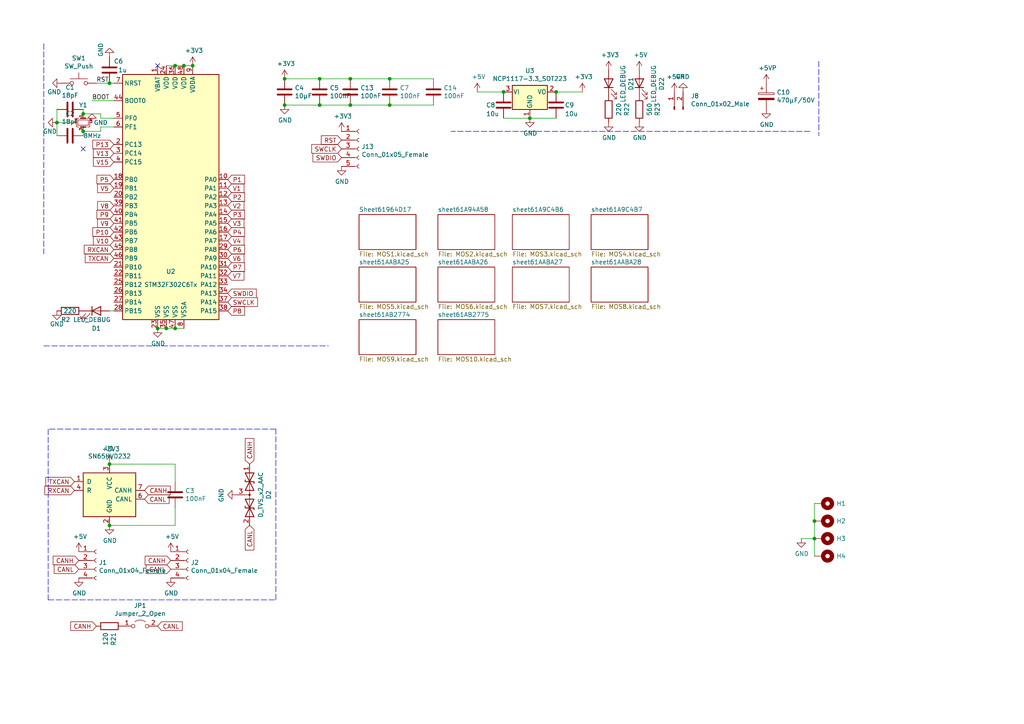
<source format=kicad_sch>
(kicad_sch (version 20211123) (generator eeschema)
  (paper "A4")
  (title_block (title "PCB Pompe") (rev "v2"))
  (lib_symbols
    (symbol "Connector:Conn_01x02_Male" (pin_names (offset 1.016) hide)
      (property "Reference" "J" (at 0 2.54 0))
      (property "Value" "Conn_01x02_Male" (at 0 -5.08 0))
      (symbol "Conn_01x02_Male_1_1"
        (polyline (pts (xy 1.27 -2.54) (xy 0.8636 -2.54)) (stroke (width 0.1524)))
        (polyline (pts (xy 1.27 0) (xy 0.8636 0)) (stroke (width 0.1524)))
        (rectangle (start 0.8636 -2.413) (end 0 -2.667) (stroke (width 0.1524)) (fill (type outline)))
        (rectangle (start 0.8636 0.127) (end 0 -0.127) (stroke (width 0.1524)) (fill (type outline)))
        (pin passive line (at 5.08 0 180) (length 3.81) (name "Pin_1") (number "1"))
        (pin passive line (at 5.08 -2.54 180) (length 3.81) (name "Pin_2") (number "2"))
      )
    )
    (symbol "Connector:Conn_01x04_Female" (pin_names (offset 1.016) hide)
      (property "Reference" "J" (at 0 5.08 0))
      (property "Value" "Conn_01x04_Female" (at 0 -7.62 0))
      (symbol "Conn_01x04_Female_1_1"
        (arc (start 0 -4.572) (mid -0.508 -5.08) (end 0 -5.588) (stroke (width 0.1524)))
        (arc (start 0 -2.032) (mid -0.508 -2.54) (end 0 -3.048) (stroke (width 0.1524)))
        (polyline (pts (xy -1.27 -5.08) (xy -0.508 -5.08)) (stroke (width 0.1524)))
        (polyline (pts (xy -1.27 -2.54) (xy -0.508 -2.54)) (stroke (width 0.1524)))
        (polyline (pts (xy -1.27 0) (xy -0.508 0)) (stroke (width 0.1524)))
        (polyline (pts (xy -1.27 2.54) (xy -0.508 2.54)) (stroke (width 0.1524)))
        (arc (start 0 0.508) (mid -0.508 0) (end 0 -0.508) (stroke (width 0.1524)))
        (arc (start 0 3.048) (mid -0.508 2.54) (end 0 2.032) (stroke (width 0.1524)))
        (pin passive line (at -5.08 2.54 0) (length 3.81) (name "Pin_1") (number "1"))
        (pin passive line (at -5.08 0 0) (length 3.81) (name "Pin_2") (number "2"))
        (pin passive line (at -5.08 -2.54 0) (length 3.81) (name "Pin_3") (number "3"))
        (pin passive line (at -5.08 -5.08 0) (length 3.81) (name "Pin_4") (number "4"))
      )
    )
    (symbol "Connector:Conn_01x05_Female" (pin_names (offset 1.016) hide)
      (property "Reference" "J" (at 0 7.62 0))
      (property "Value" "Conn_01x05_Female" (at 0 -7.62 0))
      (symbol "Conn_01x05_Female_1_1"
        (arc (start 0 -4.572) (mid -0.508 -5.08) (end 0 -5.588) (stroke (width 0.1524)))
        (arc (start 0 -2.032) (mid -0.508 -2.54) (end 0 -3.048) (stroke (width 0.1524)))
        (polyline (pts (xy -1.27 -5.08) (xy -0.508 -5.08)) (stroke (width 0.1524)))
        (polyline (pts (xy -1.27 -2.54) (xy -0.508 -2.54)) (stroke (width 0.1524)))
        (polyline (pts (xy -1.27 0) (xy -0.508 0)) (stroke (width 0.1524)))
        (polyline (pts (xy -1.27 2.54) (xy -0.508 2.54)) (stroke (width 0.1524)))
        (polyline (pts (xy -1.27 5.08) (xy -0.508 5.08)) (stroke (width 0.1524)))
        (arc (start 0 0.508) (mid -0.508 0) (end 0 -0.508) (stroke (width 0.1524)))
        (arc (start 0 3.048) (mid -0.508 2.54) (end 0 2.032) (stroke (width 0.1524)))
        (arc (start 0 5.588) (mid -0.508 5.08) (end 0 4.572) (stroke (width 0.1524)))
        (pin passive line (at -5.08 5.08 0) (length 3.81) (name "Pin_1") (number "1"))
        (pin passive line (at -5.08 2.54 0) (length 3.81) (name "Pin_2") (number "2"))
        (pin passive line (at -5.08 0 0) (length 3.81) (name "Pin_3") (number "3"))
        (pin passive line (at -5.08 -2.54 0) (length 3.81) (name "Pin_4") (number "4"))
        (pin passive line (at -5.08 -5.08 0) (length 3.81) (name "Pin_5") (number "5"))
      )
    )
    (symbol "Device:C" (pin_numbers hide) (pin_names (offset 0.254))
      (property "Reference" "C" (at 0.635 2.54 0))
      (property "Value" "C" (at 0.635 -2.54 0))
      (symbol "C_0_1"
        (polyline (pts (xy -2.032 -0.762) (xy 2.032 -0.762)) (stroke (width 0.508)))
        (polyline (pts (xy -2.032 0.762) (xy 2.032 0.762)) (stroke (width 0.508)))
      )
      (symbol "C_1_1"
        (pin passive line (at 0 3.81 270) (length 2.794) (name "~") (number "1"))
        (pin passive line (at 0 -3.81 90) (length 2.794) (name "~") (number "2"))
      )
    )
    (symbol "Device:CP" (pin_numbers hide) (pin_names (offset 0.254))
      (property "Reference" "C" (at 0.635 2.54 0))
      (property "Value" "Device_CP" (at 0.635 -2.54 0))
      (symbol "CP_0_1"
        (rectangle (start -2.286 0.508) (end 2.286 1.016))
        (polyline (pts (xy -1.778 2.286) (xy -0.762 2.286)))
        (polyline (pts (xy -1.27 2.794) (xy -1.27 1.778)))
        (rectangle (start 2.286 -0.508) (end -2.286 -1.016) (fill (type outline)))
      )
      (symbol "CP_1_1"
        (pin passive line (at 0 3.81 270) (length 2.794) (name "~") (number "1"))
        (pin passive line (at 0 -3.81 90) (length 2.794) (name "~") (number "2"))
      )
    )
    (symbol "Device:Crystal_GND24_Small" (pin_names (offset 1.016) hide)
      (property "Reference" "Y" (at 1.27 4.445 0))
      (property "Value" "Crystal_GND24_Small" (at 1.27 2.54 0))
      (symbol "Crystal_GND24_Small_0_1"
        (rectangle (start -0.762 -1.524) (end 0.762 1.524))
        (polyline (pts (xy -1.27 -0.762) (xy -1.27 0.762)) (stroke (width 0.381)))
        (polyline (pts (xy 1.27 -0.762) (xy 1.27 0.762)) (stroke (width 0.381)))
        (polyline (pts (xy -1.27 -1.27) (xy -1.27 -1.905) (xy 1.27 -1.905) (xy 1.27 -1.27)))
        (polyline (pts (xy -1.27 1.27) (xy -1.27 1.905) (xy 1.27 1.905) (xy 1.27 1.27)))
      )
      (symbol "Crystal_GND24_Small_1_1"
        (pin passive line (at -2.54 0 0) (length 1.27) (name "1") (number "1"))
        (pin passive line (at 0 -2.54 90) (length 0.635) (name "2") (number "2"))
        (pin passive line (at 2.54 0 180) (length 1.27) (name "3") (number "3"))
        (pin passive line (at 0 2.54 270) (length 0.635) (name "4") (number "4"))
      )
    )
    (symbol "Device:D_TVS_x2_AAC" (pin_names (offset 1.016) hide)
      (property "Reference" "D" (at 0 4.445 0))
      (property "Value" "Device_D_TVS_x2_AAC" (at 0 2.54 0))
      (symbol "D_TVS_x2_AAC_0_0"
        (polyline (pts (xy 0 -1.27) (xy 0 0)))
      )
      (symbol "D_TVS_x2_AAC_0_1"
        (polyline (pts (xy -6.35 0) (xy 6.35 0)))
        (polyline (pts (xy -3.302 1.27) (xy -3.81 1.27) (xy -3.81 -1.27) (xy -4.318 -1.27)) (stroke (width 0.254)))
        (polyline (pts (xy 4.318 1.27) (xy 3.81 1.27) (xy 3.81 -1.27) (xy 3.302 -1.27)) (stroke (width 0.254)))
        (polyline (pts (xy -6.35 1.27) (xy -1.27 -1.27) (xy -1.27 1.27) (xy -6.35 -1.27) (xy -6.35 1.27)) (stroke (width 0.254)))
        (polyline (pts (xy 6.35 1.27) (xy 1.27 -1.27) (xy 1.27 1.27) (xy 6.35 -1.27) (xy 6.35 1.27)) (stroke (width 0.254)))
        (circle (center 0 0) (radius 0.254) (fill (type outline)))
      )
      (symbol "D_TVS_x2_AAC_1_1"
        (pin passive line (at -8.89 0 0) (length 2.54) (name "A1") (number "1"))
        (pin passive line (at 8.89 0 180) (length 2.54) (name "A2") (number "2"))
        (pin input line (at 0 -3.81 90) (length 2.54) (name "common") (number "3"))
      )
    )
    (symbol "Device:LED" (pin_numbers hide) (pin_names (offset 1.016) hide)
      (property "Reference" "D" (at 0 2.54 0))
      (property "Value" "LED" (at 0 -2.54 0))
      (symbol "LED_0_1"
        (polyline (pts (xy -1.27 -1.27) (xy -1.27 1.27)) (stroke (width 0.254)))
        (polyline (pts (xy -1.27 0) (xy 1.27 0)))
        (polyline (pts (xy 1.27 -1.27) (xy 1.27 1.27) (xy -1.27 0) (xy 1.27 -1.27)) (stroke (width 0.254)))
        (polyline (pts (xy -3.048 -0.762) (xy -4.572 -2.286) (xy -3.81 -2.286) (xy -4.572 -2.286) (xy -4.572 -1.524)))
        (polyline (pts (xy -1.778 -0.762) (xy -3.302 -2.286) (xy -2.54 -2.286) (xy -3.302 -2.286) (xy -3.302 -1.524)))
      )
      (symbol "LED_1_1"
        (pin passive line (at -3.81 0 0) (length 2.54) (name "K") (number "1"))
        (pin passive line (at 3.81 0 180) (length 2.54) (name "A") (number "2"))
      )
    )
    (symbol "Device:R" (pin_numbers hide) (pin_names (offset 0))
      (property "Reference" "R" (at 2.032 0 90))
      (property "Value" "R" (at 0 0 90))
      (symbol "R_0_1"
        (rectangle (start -1.016 -2.54) (end 1.016 2.54) (stroke (width 0.254)))
      )
      (symbol "R_1_1"
        (pin passive line (at 0 3.81 270) (length 1.27) (name "~") (number "1"))
        (pin passive line (at 0 -3.81 90) (length 1.27) (name "~") (number "2"))
      )
    )
    (symbol "Interface_CAN_LIN:SN65HVD232" (pin_names (offset 1.016))
      (property "Reference" "U" (at -2.54 10.16 0))
      (property "Value" "SN65HVD232" (at -2.54 7.62 0))
      (symbol "SN65HVD232_0_1"
        (rectangle (start -7.62 5.08) (end 7.62 -7.62) (stroke (width 0.254)) (fill (type background)))
      )
      (symbol "SN65HVD232_1_1"
        (pin input line (at -10.16 2.54 0) (length 2.54) (name "D") (number "1"))
        (pin power_in line (at 0 -10.16 90) (length 2.54) (name "GND") (number "2"))
        (pin power_in line (at 0 7.62 270) (length 2.54) (name "VCC") (number "3"))
        (pin output line (at -10.16 0 0) (length 2.54) (name "R") (number "4"))
        (pin no_connect line (at -10.16 -2.54 0) (length 2.54) hide (name "NC") (number "5"))
        (pin bidirectional line (at 10.16 -2.54 180) (length 2.54) (name "CANL") (number "6"))
        (pin bidirectional line (at 10.16 0 180) (length 2.54) (name "CANH") (number "7"))
        (pin no_connect line (at -10.16 -5.08 0) (length 2.54) hide (name "NC") (number "8"))
      )
    )
    (symbol "Jumper:Jumper_2_Open" (pin_names (offset 0) hide)
      (property "Reference" "JP" (at 0 2.794 0))
      (property "Value" "Jumper_2_Open" (at 0 -2.286 0))
      (symbol "Jumper_2_Open_0_0"
        (circle (center -2.032 0) (radius 0.508))
        (circle (center 2.032 0) (radius 0.508))
      )
      (symbol "Jumper_2_Open_0_1"
        (arc (start 1.524 1.27) (mid 0 1.778) (end -1.524 1.27))
      )
      (symbol "Jumper_2_Open_1_1"
        (pin passive line (at -5.08 0 0) (length 2.54) (name "A") (number "1"))
        (pin passive line (at 5.08 0 180) (length 2.54) (name "B") (number "2"))
      )
    )
    (symbol "MCU_ST_STM32F3:STM32F302C6Tx"
      (property "Reference" "U" (at -15.24 36.83 0))
      (property "Value" "STM32F302C6Tx" (at 7.62 36.83 0))
      (symbol "STM32F302C6Tx_0_1"
        (rectangle (start -15.24 -35.56) (end 12.7 35.56) (stroke (width 0.254)) (fill (type background)))
      )
      (symbol "STM32F302C6Tx_1_1"
        (pin power_in line (at -5.08 38.1 270) (length 2.54) (name "VBAT") (number "1"))
        (pin bidirectional line (at 15.24 5.08 180) (length 2.54) (name "PA0") (number "10"))
        (pin bidirectional line (at 15.24 2.54 180) (length 2.54) (name "PA1") (number "11"))
        (pin bidirectional line (at 15.24 0 180) (length 2.54) (name "PA2") (number "12"))
        (pin bidirectional line (at 15.24 -2.54 180) (length 2.54) (name "PA3") (number "13"))
        (pin bidirectional line (at 15.24 -5.08 180) (length 2.54) (name "PA4") (number "14"))
        (pin bidirectional line (at 15.24 -7.62 180) (length 2.54) (name "PA5") (number "15"))
        (pin bidirectional line (at 15.24 -10.16 180) (length 2.54) (name "PA6") (number "16"))
        (pin bidirectional line (at 15.24 -12.7 180) (length 2.54) (name "PA7") (number "17"))
        (pin bidirectional line (at -17.78 5.08 0) (length 2.54) (name "PB0") (number "18"))
        (pin bidirectional line (at -17.78 2.54 0) (length 2.54) (name "PB1") (number "19"))
        (pin bidirectional line (at -17.78 15.24 0) (length 2.54) (name "PC13") (number "2"))
        (pin bidirectional line (at -17.78 0 0) (length 2.54) (name "PB2") (number "20"))
        (pin bidirectional line (at -17.78 -20.32 0) (length 2.54) (name "PB10") (number "21"))
        (pin bidirectional line (at -17.78 -22.86 0) (length 2.54) (name "PB11") (number "22"))
        (pin power_in line (at -5.08 -38.1 90) (length 2.54) (name "VSS") (number "23"))
        (pin power_in line (at -2.54 38.1 270) (length 2.54) (name "VDD") (number "24"))
        (pin bidirectional line (at -17.78 -25.4 0) (length 2.54) (name "PB12") (number "25"))
        (pin bidirectional line (at -17.78 -27.94 0) (length 2.54) (name "PB13") (number "26"))
        (pin bidirectional line (at -17.78 -30.48 0) (length 2.54) (name "PB14") (number "27"))
        (pin bidirectional line (at -17.78 -33.02 0) (length 2.54) (name "PB15") (number "28"))
        (pin bidirectional line (at 15.24 -15.24 180) (length 2.54) (name "PA8") (number "29"))
        (pin bidirectional line (at -17.78 12.7 0) (length 2.54) (name "PC14") (number "3"))
        (pin bidirectional line (at 15.24 -17.78 180) (length 2.54) (name "PA9") (number "30"))
        (pin bidirectional line (at 15.24 -20.32 180) (length 2.54) (name "PA10") (number "31"))
        (pin bidirectional line (at 15.24 -22.86 180) (length 2.54) (name "PA11") (number "32"))
        (pin bidirectional line (at 15.24 -25.4 180) (length 2.54) (name "PA12") (number "33"))
        (pin bidirectional line (at 15.24 -27.94 180) (length 2.54) (name "PA13") (number "34"))
        (pin power_in line (at -2.54 -38.1 90) (length 2.54) (name "VSS") (number "35"))
        (pin power_in line (at 0 38.1 270) (length 2.54) (name "VDD") (number "36"))
        (pin bidirectional line (at 15.24 -30.48 180) (length 2.54) (name "PA14") (number "37"))
        (pin bidirectional line (at 15.24 -33.02 180) (length 2.54) (name "PA15") (number "38"))
        (pin bidirectional line (at -17.78 -2.54 0) (length 2.54) (name "PB3") (number "39"))
        (pin bidirectional line (at -17.78 10.16 0) (length 2.54) (name "PC15") (number "4"))
        (pin bidirectional line (at -17.78 -5.08 0) (length 2.54) (name "PB4") (number "40"))
        (pin bidirectional line (at -17.78 -7.62 0) (length 2.54) (name "PB5") (number "41"))
        (pin bidirectional line (at -17.78 -10.16 0) (length 2.54) (name "PB6") (number "42"))
        (pin bidirectional line (at -17.78 -12.7 0) (length 2.54) (name "PB7") (number "43"))
        (pin input line (at -17.78 27.94 0) (length 2.54) (name "BOOT0") (number "44"))
        (pin bidirectional line (at -17.78 -15.24 0) (length 2.54) (name "PB8") (number "45"))
        (pin bidirectional line (at -17.78 -17.78 0) (length 2.54) (name "PB9") (number "46"))
        (pin power_in line (at 0 -38.1 90) (length 2.54) (name "VSS") (number "47"))
        (pin power_in line (at 2.54 38.1 270) (length 2.54) (name "VDD") (number "48"))
        (pin input line (at -17.78 22.86 0) (length 2.54) (name "PF0") (number "5"))
        (pin input line (at -17.78 20.32 0) (length 2.54) (name "PF1") (number "6"))
        (pin input line (at -17.78 33.02 0) (length 2.54) (name "NRST") (number "7"))
        (pin power_in line (at 2.54 -38.1 90) (length 2.54) (name "VSSA") (number "8"))
        (pin power_in line (at 5.08 38.1 270) (length 2.54) (name "VDDA") (number "9"))
      )
    )
    (symbol "Mechanical:MountingHole_Pad" (pin_numbers hide) (pin_names (offset 1.016) hide)
      (property "Reference" "H" (at 0 6.35 0))
      (property "Value" "MountingHole_Pad" (at 0 4.445 0))
      (symbol "MountingHole_Pad_0_1"
        (circle (center 0 1.27) (radius 1.27) (stroke (width 1.27)))
      )
      (symbol "MountingHole_Pad_1_1"
        (pin input line (at 0 -2.54 90) (length 2.54) (name "1") (number "1"))
      )
    )
    (symbol "Regulator_Linear:NCP1117-3.3_SOT223" (pin_names (offset 0.254))
      (property "Reference" "U" (at -3.81 3.175 0))
      (property "Value" "NCP1117-3.3_SOT223" (at 0 3.175 0))
      (symbol "NCP1117-3.3_SOT223_0_1"
        (rectangle (start -5.08 -5.08) (end 5.08 1.905) (stroke (width 0.254)) (fill (type background)))
      )
      (symbol "NCP1117-3.3_SOT223_1_1"
        (pin power_in line (at 0 -7.62 90) (length 2.54) (name "GND") (number "1"))
        (pin power_out line (at 7.62 0 180) (length 2.54) (name "VO") (number "2"))
        (pin power_in line (at -7.62 0 0) (length 2.54) (name "VI") (number "3"))
      )
    )
    (symbol "Switch:SW_Push" (pin_numbers hide) (pin_names (offset 1.016) hide)
      (property "Reference" "SW" (at 1.27 2.54 0))
      (property "Value" "SW_Push" (at 0 -1.524 0))
      (symbol "SW_Push_0_1"
        (circle (center -2.032 0) (radius 0.508))
        (polyline (pts (xy 0 1.27) (xy 0 3.048)))
        (polyline (pts (xy 2.54 1.27) (xy -2.54 1.27)))
        (circle (center 2.032 0) (radius 0.508))
        (pin passive line (at -5.08 0 0) (length 2.54) (name "1") (number "1"))
        (pin passive line (at 5.08 0 180) (length 2.54) (name "2") (number "2"))
      )
    )
    (symbol "power:+3.3V" (power) (pin_names (offset 0))
      (property "Value" "+3.3V" (at 0 3.556 0))
      (symbol "+3.3V_0_1"
        (polyline (pts (xy -0.762 1.27) (xy 0 2.54)))
        (polyline (pts (xy 0 0) (xy 0 2.54)))
        (polyline (pts (xy 0 2.54) (xy 0.762 1.27)))
      )
      (symbol "+3.3V_1_1"
        (pin power_in line (at 0 0 90) (length 0) hide (name "+3V3") (number "1"))
      )
    )
    (symbol "power:+5V" (power) (pin_names (offset 0))
      (property "Value" "+5V" (at 0 3.556 0))
      (symbol "+5V_0_1"
        (polyline (pts (xy -0.762 1.27) (xy 0 2.54)))
        (polyline (pts (xy 0 0) (xy 0 2.54)))
        (polyline (pts (xy 0 2.54) (xy 0.762 1.27)))
      )
      (symbol "+5V_1_1"
        (pin power_in line (at 0 0 90) (length 0) hide (name "+5V") (number "1"))
      )
    )
    (symbol "power:+5VP" (power) (pin_names (offset 0))
      (property "Value" "+5VP" (at 0 3.556 0))
      (symbol "+5VP_0_1"
        (polyline (pts (xy -0.762 1.27) (xy 0 2.54)))
        (polyline (pts (xy 0 0) (xy 0 2.54)))
        (polyline (pts (xy 0 2.54) (xy 0.762 1.27)))
      )
      (symbol "+5VP_1_1"
        (pin power_in line (at 0 0 90) (length 0) hide (name "+5VP") (number "1"))
      )
    )
    (symbol "power:GND" (power) (pin_names (offset 0))
      (property "Value" "GND" (at 0 -3.81 0))
      (symbol "GND_0_1"
        (polyline (pts (xy 0 0) (xy 0 -1.27) (xy 1.27 -1.27) (xy 0 -2.54) (xy -1.27 -1.27) (xy 0 -1.27)))
      )
      (symbol "GND_1_1"
        (pin power_in line (at 0 0 270) (length 0) hide (name "GND") (number "1"))
      )
    )
  )
  (junction (at 24.13 38.1))
  (junction (at 16.51 35.56))
  (junction (at 31.75 152.4))
  (junction (at 236.22 151.13))
  (junction (at 92.71 30.48))
  (junction (at 82.55 22.86))
  (junction (at 153.67 34.29))
  (junction (at 55.88 19.05))
  (junction (at 50.8 19.05))
  (junction (at 92.71 22.86))
  (junction (at 24.13 33.02))
  (junction (at 82.55 30.48))
  (junction (at 113.03 22.86))
  (junction (at 101.6 22.86))
  (junction (at 48.26 95.25))
  (junction (at 31.75 24.13))
  (junction (at 161.29 26.67))
  (junction (at 146.05 26.67))
  (junction (at 53.34 19.05))
  (junction (at 236.22 156.21))
  (junction (at 50.8 95.25))
  (junction (at 31.75 134.62))
  (junction (at 113.03 30.48))
  (junction (at 101.6 30.48))
  (junction (at 45.72 95.25))
  (no_connect (at 24.13 43.18))
  (no_connect (at 45.72 19.05))
  (wire (pts (xy 24.13 31.75) (xy 24.13 33.02)))
  (wire (pts (xy 50.8 19.05) (xy 53.34 19.05)))
  (wire (pts (xy 29.21 36.83) (xy 29.21 38.1)))
  (wire (pts (xy 101.6 30.48) (xy 113.03 30.48)))
  (wire (pts (xy 21.59 35.56) (xy 16.51 35.56)))
  (wire (pts (xy 48.26 19.05) (xy 50.8 19.05)))
  (wire (pts (xy 236.22 156.21) (xy 236.22 161.29)))
  (polyline (pts (xy 13.97 173.99) (xy 80.01 173.99)))
  (wire (pts (xy 50.8 95.25) (xy 48.26 95.25)))
  (wire (pts (xy 16.51 35.56) (xy 16.51 39.37)))
  (wire (pts (xy 55.88 19.05) (xy 53.34 19.05)))
  (wire (pts (xy 50.8 134.62) (xy 50.8 139.7)))
  (wire (pts (xy 29.21 34.29) (xy 29.21 33.02)))
  (polyline (pts (xy 13.97 124.46) (xy 13.97 173.99)))
  (wire (pts (xy 236.22 146.05) (xy 236.22 151.13)))
  (wire (pts (xy 236.22 151.13) (xy 236.22 156.21)))
  (wire (pts (xy 53.34 95.25) (xy 50.8 95.25)))
  (wire (pts (xy 146.05 34.29) (xy 153.67 34.29)))
  (wire (pts (xy 29.21 33.02) (xy 24.13 33.02)))
  (wire (pts (xy 113.03 22.86) (xy 125.73 22.86)))
  (wire (pts (xy 45.72 95.25) (xy 48.26 95.25)))
  (wire (pts (xy 82.55 22.86) (xy 92.71 22.86)))
  (polyline (pts (xy 234.95 38.1) (xy 130.81 38.1)))
  (polyline (pts (xy 80.01 124.46) (xy 13.97 124.46)))
  (wire (pts (xy 31.75 24.13) (xy 33.02 24.13)))
  (wire (pts (xy 29.21 34.29) (xy 33.02 34.29)))
  (polyline (pts (xy 80.01 173.99) (xy 80.01 124.46)))
  (wire (pts (xy 92.71 30.48) (xy 82.55 30.48)))
  (wire (pts (xy 24.13 38.1) (xy 24.13 39.37)))
  (wire (pts (xy 29.21 36.83) (xy 33.02 36.83)))
  (wire (pts (xy 33.02 90.17) (xy 31.75 90.17)))
  (wire (pts (xy 92.71 30.48) (xy 101.6 30.48)))
  (wire (pts (xy 161.29 26.67) (xy 168.91 26.67)))
  (wire (pts (xy 29.21 38.1) (xy 24.13 38.1)))
  (polyline (pts (xy 12.7 12.7) (xy 12.7 73.66)))
  (wire (pts (xy 31.75 134.62) (xy 50.8 134.62)))
  (wire (pts (xy 113.03 30.48) (xy 125.73 30.48)))
  (wire (pts (xy 92.71 22.86) (xy 101.6 22.86)))
  (wire (pts (xy 26.67 29.21) (xy 33.02 29.21)))
  (wire (pts (xy 236.22 156.21) (xy 232.41 156.21)))
  (wire (pts (xy 50.8 147.32) (xy 50.8 152.4)))
  (polyline (pts (xy 12.7 100.33) (xy 95.25 100.33)))
  (wire (pts (xy 138.43 26.67) (xy 146.05 26.67)))
  (wire (pts (xy 50.8 152.4) (xy 31.75 152.4)))
  (wire (pts (xy 16.51 31.75) (xy 16.51 35.56)))
  (wire (pts (xy 101.6 22.86) (xy 113.03 22.86)))
  (polyline (pts (xy 237.49 17.78) (xy 237.49 39.37)))
  (wire (pts (xy 153.67 34.29) (xy 161.29 34.29)))
  (wire (pts (xy 27.94 24.13) (xy 31.75 24.13)))
  (label "BOOT" (at 26.67 29.21 0))
  (label "RST" (at 27.94 24.13 0))
  (global_label "SWDIO" (shape input) (at 66.04 85.09 0) (property "Intersheet References" "${INTERSHEET_REFS}" (effects hide)))
  (global_label "P13" (shape input) (at 33.02 41.91 180) (property "Intersheet References" "${INTERSHEET_REFS}" (effects hide)))
  (global_label "P2" (shape input) (at 66.04 57.15 0) (property "Intersheet References" "${INTERSHEET_REFS}" (effects hide)))
  (global_label "RST" (shape input) (at 99.06 40.64 180) (property "Intersheet References" "${INTERSHEET_REFS}" (effects hide)))
  (global_label "V5" (shape input) (at 33.02 54.61 180) (property "Intersheet References" "${INTERSHEET_REFS}" (effects hide)))
  (global_label "TXCAN" (shape input) (at 33.02 74.93 180) (property "Intersheet References" "${INTERSHEET_REFS}" (effects hide)))
  (global_label "CANH" (shape input) (at 72.39 134.62 90) (property "Intersheet References" "${INTERSHEET_REFS}" (effects hide)))
  (global_label "CANL" (shape input) (at 45.72 181.61 0) (property "Intersheet References" "${INTERSHEET_REFS}" (effects hide)))
  (global_label "CANL" (shape input) (at 22.86 165.1 180) (property "Intersheet References" "${INTERSHEET_REFS}" (effects hide)))
  (global_label "SWDIO" (shape input) (at 99.06 45.72 180) (property "Intersheet References" "${INTERSHEET_REFS}" (effects hide)))
  (global_label "CANH" (shape input) (at 41.91 142.24 0) (property "Intersheet References" "${INTERSHEET_REFS}" (effects hide)))
  (global_label "V15" (shape input) (at 33.02 46.99 180) (property "Intersheet References" "${INTERSHEET_REFS}" (effects hide)))
  (global_label "V3" (shape input) (at 66.04 64.77 0) (property "Intersheet References" "${INTERSHEET_REFS}" (effects hide)))
  (global_label "TXCAN" (shape input) (at 21.59 139.7 180) (property "Intersheet References" "${INTERSHEET_REFS}" (effects hide)))
  (global_label "P8" (shape input) (at 66.04 90.17 0) (property "Intersheet References" "${INTERSHEET_REFS}" (effects hide)))
  (global_label "CANH" (shape input) (at 22.86 162.56 180) (property "Intersheet References" "${INTERSHEET_REFS}" (effects hide)))
  (global_label "V1" (shape input) (at 66.04 54.61 0) (property "Intersheet References" "${INTERSHEET_REFS}" (effects hide)))
  (global_label "CANL" (shape input) (at 49.53 165.1 180) (property "Intersheet References" "${INTERSHEET_REFS}" (effects hide)))
  (global_label "P3" (shape input) (at 66.04 62.23 0) (property "Intersheet References" "${INTERSHEET_REFS}" (effects hide)))
  (global_label "P10" (shape input) (at 33.02 67.31 180) (property "Intersheet References" "${INTERSHEET_REFS}" (effects hide)))
  (global_label "SWCLK" (shape input) (at 99.06 43.18 180) (property "Intersheet References" "${INTERSHEET_REFS}" (effects hide)))
  (global_label "P1" (shape input) (at 66.04 52.07 0) (property "Intersheet References" "${INTERSHEET_REFS}" (effects hide)))
  (global_label "P7" (shape input) (at 66.04 77.47 0) (property "Intersheet References" "${INTERSHEET_REFS}" (effects hide)))
  (global_label "V8" (shape input) (at 33.02 59.69 180) (property "Intersheet References" "${INTERSHEET_REFS}" (effects hide)))
  (global_label "V4" (shape input) (at 66.04 69.85 0) (property "Intersheet References" "${INTERSHEET_REFS}" (effects hide)))
  (global_label "V6" (shape input) (at 66.04 74.93 0) (property "Intersheet References" "${INTERSHEET_REFS}" (effects hide)))
  (global_label "P9" (shape input) (at 33.02 62.23 180) (property "Intersheet References" "${INTERSHEET_REFS}" (effects hide)))
  (global_label "CANL" (shape input) (at 72.39 152.4 270) (property "Intersheet References" "${INTERSHEET_REFS}" (effects hide)))
  (global_label "RXCAN" (shape input) (at 21.59 142.24 180) (property "Intersheet References" "${INTERSHEET_REFS}" (effects hide)))
  (global_label "P5" (shape input) (at 33.02 52.07 180) (property "Intersheet References" "${INTERSHEET_REFS}" (effects hide)))
  (global_label "V10" (shape input) (at 33.02 69.85 180) (property "Intersheet References" "${INTERSHEET_REFS}" (effects hide)))
  (global_label "P6" (shape input) (at 66.04 72.39 0) (property "Intersheet References" "${INTERSHEET_REFS}" (effects hide)))
  (global_label "V2" (shape input) (at 66.04 59.69 0) (property "Intersheet References" "${INTERSHEET_REFS}" (effects hide)))
  (global_label "CANH" (shape input) (at 49.53 162.56 180) (property "Intersheet References" "${INTERSHEET_REFS}" (effects hide)))
  (global_label "V13" (shape input) (at 33.02 44.45 180) (property "Intersheet References" "${INTERSHEET_REFS}" (effects hide)))
  (global_label "V9" (shape input) (at 33.02 64.77 180) (property "Intersheet References" "${INTERSHEET_REFS}" (effects hide)))
  (global_label "RXCAN" (shape input) (at 33.02 72.39 180) (property "Intersheet References" "${INTERSHEET_REFS}" (effects hide)))
  (global_label "CANL" (shape input) (at 41.91 144.78 0) (property "Intersheet References" "${INTERSHEET_REFS}" (effects hide)))
  (global_label "SWCLK" (shape input) (at 66.04 87.63 0) (property "Intersheet References" "${INTERSHEET_REFS}" (effects hide)))
  (global_label "V7" (shape input) (at 66.04 80.01 0) (property "Intersheet References" "${INTERSHEET_REFS}" (effects hide)))
  (global_label "CANH" (shape input) (at 27.94 181.61 180) (property "Intersheet References" "${INTERSHEET_REFS}" (effects hide)))
  (global_label "P4" (shape input) (at 66.04 67.31 0) (property "Intersheet References" "${INTERSHEET_REFS}" (effects hide)))
  (symbol (lib_id "power:GND") (at 45.72 95.25 0) (unit 1)
    (property "Reference" "#PWR08" (effects hide))
    (property "Value" "GND" (at 45.847 99.6442 0))
  )
  (symbol (lib_id "power:+3.3V") (at 55.88 19.05 0) (unit 1)
    (property "Reference" "#PWR09" (effects hide))
    (property "Value" "+3.3V" (at 56.261 14.6558 0))
  )
  (symbol (lib_id "Device:Crystal_GND24_Small") (at 24.13 35.56 270) (unit 1)
    (property "Reference" "Y1" (at 22.86 30.48 90) (effects (justify left)))
    (property "Value" "8MHz" (at 24.13 39.37 90) (effects (justify left)))
    (property "Footprint" "Crystal:Crystal_SMD_5032-4Pin_5.0x3.2mm" (effects hide))
  )
  (symbol (lib_id "Device:C") (at 20.32 31.75 270) (unit 1)
    (property "Reference" "C1" (at 20.32 25.3492 90))
    (property "Value" "18pF" (at 20.32 27.6606 90))
    (property "Footprint" "Capacitor_SMD:C_0805_2012Metric_Pad1.18x1.45mm_HandSolder" (effects hide))
  )
  (symbol (lib_id "Device:C") (at 20.32 39.37 270) (unit 1)
    (property "Reference" "C2" (at 20.32 32.9692 90))
    (property "Value" "18pF" (at 20.32 35.2806 90))
    (property "Footprint" "Capacitor_SMD:C_0805_2012Metric_Pad1.18x1.45mm_HandSolder" (effects hide))
  )
  (symbol (lib_id "power:GND") (at 16.51 35.56 270) (unit 1)
    (property "Reference" "#PWR01" (effects hide))
    (property "Value" "GND" (at 16.51 38.1 90) (effects (justify right)))
  )
  (symbol (lib_id "power:GND") (at 26.67 35.56 180) (unit 1)
    (property "Reference" "#PWR05" (effects hide))
    (property "Value" "GND" (at 29.21 35.56 0))
  )
  (symbol (lib_id "Device:C") (at 82.55 26.67 180) (unit 1)
    (property "Reference" "C4" (at 85.471 25.5016 0) (effects (justify right)))
    (property "Value" "10µF" (at 85.471 27.813 0) (effects (justify right)))
    (property "Footprint" "Capacitor_SMD:C_0805_2012Metric_Pad1.18x1.45mm_HandSolder" (effects hide))
  )
  (symbol (lib_id "Device:C") (at 92.71 26.67 180) (unit 1)
    (property "Reference" "C5" (at 95.631 25.5016 0) (effects (justify right)))
    (property "Value" "100nF" (at 95.631 27.813 0) (effects (justify right)))
    (property "Footprint" "Capacitor_SMD:C_0805_2012Metric_Pad1.18x1.45mm_HandSolder" (effects hide))
  )
  (symbol (lib_id "Device:C") (at 113.03 26.67 180) (unit 1)
    (property "Reference" "C7" (at 115.951 25.5016 0) (effects (justify right)))
    (property "Value" "100nF" (at 115.951 27.813 0) (effects (justify right)))
    (property "Footprint" "Capacitor_SMD:C_0805_2012Metric_Pad1.18x1.45mm_HandSolder" (effects hide))
  )
  (symbol (lib_id "power:GND") (at 82.55 30.48 0) (unit 1)
    (property "Reference" "#PWR013" (effects hide))
    (property "Value" "GND" (at 82.677 34.8742 0))
  )
  (symbol (lib_id "power:+3.3V") (at 82.55 22.86 0) (unit 1)
    (property "Reference" "#PWR012" (effects hide))
    (property "Value" "+3.3V" (at 82.931 18.4658 0))
  )
  (symbol (lib_id "Device:LED") (at 27.94 90.17 0) (unit 1)
    (property "Reference" "D1" (at 27.94 95.25 0))
    (property "Value" "LED_DEBUG" (at 26.67 92.71 0))
    (property "Footprint" "LED_SMD:LED_0805_2012Metric_Pad1.15x1.40mm_HandSolder" (effects hide))
  )
  (symbol (lib_id "Device:R") (at 20.32 90.17 90) (unit 1)
    (property "Reference" "R2" (at 19.05 92.71 90))
    (property "Value" "220" (at 20.32 90.17 90))
    (property "Footprint" "Resistor_SMD:R_0805_2012Metric_Pad1.20x1.40mm_HandSolder" (effects hide))
  )
  (symbol (lib_id "power:GND") (at 16.51 90.17 0) (unit 1)
    (property "Reference" "#PWR015" (effects hide))
    (property "Value" "GND" (at 16.51 93.98 0))
  )
  (symbol (lib_id "Interface_CAN_LIN:SN65HVD232") (at 31.75 142.24 0) (unit 1)
    (property "Reference" "U1" (at 31.75 130.0226 0))
    (property "Value" "SN65HVD232" (at 31.75 132.334 0))
    (property "Footprint" "Package_SO:SOIC-8_3.9x4.9mm_P1.27mm" (effects hide))
    (property "Datasheet" "http://www.ti.com/lit/ds/symlink/sn65hvd230.pdf" (effects hide))
  )
  (symbol (lib_id "Device:LED") (at 176.53 24.13 90) (unit 1)
    (property "Reference" "D21" (at 183.007 24.3078 0))
    (property "Value" "LED_DEBUG" (at 180.6956 24.3078 0))
    (property "Footprint" "LED_SMD:LED_0805_2012Metric_Pad1.15x1.40mm_HandSolder" (effects hide))
  )
  (symbol (lib_id "power:+3.3V") (at 31.75 134.62 0) (unit 1)
    (property "Reference" "#PWR06" (effects hide))
    (property "Value" "+3.3V" (at 32.131 130.2258 0))
  )
  (symbol (lib_id "power:GND") (at 31.75 152.4 0) (unit 1)
    (property "Reference" "#PWR07" (effects hide))
    (property "Value" "GND" (at 31.877 156.7942 0))
  )
  (symbol (lib_id "Device:R") (at 176.53 31.75 180) (unit 1)
    (property "Reference" "R22" (at 181.7878 31.75 90))
    (property "Value" "220" (at 179.4764 31.75 90))
    (property "Footprint" "Resistor_SMD:R_0805_2012Metric_Pad1.20x1.40mm_HandSolder" (effects hide))
  )
  (symbol (lib_id "Device:C") (at 50.8 143.51 180) (unit 1)
    (property "Reference" "C3" (at 53.721 142.3416 0) (effects (justify right)))
    (property "Value" "100nF" (at 53.721 144.653 0) (effects (justify right)))
    (property "Footprint" "Capacitor_SMD:C_0805_2012Metric_Pad1.18x1.45mm_HandSolder" (effects hide))
  )
  (symbol (lib_id "power:GND") (at 176.53 35.56 0) (unit 1)
    (property "Reference" "#PWR071" (effects hide))
    (property "Value" "GND" (at 176.657 39.9542 0))
  )
  (symbol (lib_id "power:+3.3V") (at 176.53 20.32 0) (unit 1)
    (property "Reference" "#PWR070" (effects hide))
    (property "Value" "+3.3V" (at 176.911 15.9258 0))
  )
  (symbol (lib_id "Device:D_TVS_x2_AAC") (at 72.39 143.51 270) (unit 1)
    (property "Reference" "D2" (at 77.9018 143.51 0))
    (property "Value" "D_TVS_x2_AAC" (at 75.5904 143.51 0))
    (property "Footprint" "Package_TO_SOT_SMD:SOT-23" (effects hide))
  )
  (symbol (lib_id "power:GND") (at 68.58 143.51 270) (unit 1)
    (property "Reference" "#PWR014" (effects hide))
    (property "Value" "GND" (at 64.1858 143.637 0))
  )
  (symbol (lib_id "Connector:Conn_01x04_Female") (at 27.94 162.56 0) (unit 1)
    (property "Reference" "J1" (at 28.6512 163.1696 0) (effects (justify left)))
    (property "Value" "Conn_01x04_Female" (at 28.6512 165.481 0) (effects (justify left)))
    (property "Footprint" "AREA_lib_Connector:690367290476" (effects hide))
  )
  (symbol (lib_id "power:+5V") (at 22.86 160.02 0) (unit 1)
    (property "Reference" "#PWR02" (effects hide))
    (property "Value" "+5V" (at 23.241 155.6258 0))
  )
  (symbol (lib_id "power:GND") (at 22.86 167.64 0) (unit 1)
    (property "Reference" "#PWR03" (effects hide))
    (property "Value" "GND" (at 22.987 172.0342 0))
  )
  (symbol (lib_id "Connector:Conn_01x04_Female") (at 54.61 162.56 0) (unit 1)
    (property "Reference" "J2" (at 55.3212 163.1696 0) (effects (justify left)))
    (property "Value" "Conn_01x04_Female" (at 55.3212 165.481 0) (effects (justify left)))
    (property "Footprint" "AREA_lib_Connector:690367290476" (effects hide))
  )
  (symbol (lib_id "power:+5V") (at 49.53 160.02 0) (unit 1)
    (property "Reference" "#PWR010" (effects hide))
    (property "Value" "+5V" (at 49.911 155.6258 0))
  )
  (symbol (lib_id "power:GND") (at 49.53 167.64 0) (unit 1)
    (property "Reference" "#PWR011" (effects hide))
    (property "Value" "GND" (at 49.657 172.0342 0))
  )
  (symbol (lib_id "Device:LED") (at 185.42 24.13 90) (unit 1)
    (property "Reference" "D22" (at 191.897 24.3078 0))
    (property "Value" "LED_DEBUG" (at 189.5856 24.3078 0))
    (property "Footprint" "LED_SMD:LED_0805_2012Metric_Pad1.15x1.40mm_HandSolder" (effects hide))
  )
  (symbol (lib_id "Device:R") (at 185.42 31.75 180) (unit 1)
    (property "Reference" "R23" (at 190.6778 31.75 90))
    (property "Value" "560" (at 188.3664 31.75 90))
    (property "Footprint" "Resistor_SMD:R_0805_2012Metric_Pad1.20x1.40mm_HandSolder" (effects hide))
  )
  (symbol (lib_id "power:GND") (at 185.42 35.56 0) (unit 1)
    (property "Reference" "#PWR073" (effects hide))
    (property "Value" "GND" (at 185.547 39.9542 0))
  )
  (symbol (lib_id "Device:C") (at 161.29 30.48 180) (unit 1)
    (property "Reference" "C9" (at 163.83 30.48 0) (effects (justify right)))
    (property "Value" "10u" (at 163.83 33.02 0) (effects (justify right)))
    (property "Footprint" "Capacitor_SMD:C_0805_2012Metric_Pad1.18x1.45mm_HandSolder" (effects hide))
  )
  (symbol (lib_id "Device:C") (at 146.05 30.48 180) (unit 1)
    (property "Reference" "C8" (at 140.97 30.48 0) (effects (justify right)))
    (property "Value" "10u" (at 140.97 33.02 0) (effects (justify right)))
    (property "Footprint" "Capacitor_SMD:C_0805_2012Metric_Pad1.18x1.45mm_HandSolder" (effects hide))
  )
  (symbol (lib_id "power:+5V") (at 185.42 20.32 0) (unit 1)
    (property "Reference" "#PWR072" (effects hide))
    (property "Value" "+5V" (at 185.801 15.9258 0))
  )
  (symbol (lib_id "power:GND") (at 153.67 34.29 0) (unit 1)
    (property "Reference" "#PWR027" (effects hide))
    (property "Value" "GND" (at 153.797 38.6842 0))
  )
  (symbol (lib_id "power:+5V") (at 138.43 26.67 0) (unit 1)
    (property "Reference" "#PWR016" (effects hide))
    (property "Value" "+5V" (at 138.811 22.2758 0))
  )
  (symbol (lib_id "power:+3.3V") (at 168.91 26.67 0) (unit 1)
    (property "Reference" "#PWR028" (effects hide))
    (property "Value" "+3.3V" (at 169.291 22.2758 0))
  )
  (symbol (lib_id "Device:R") (at 31.75 181.61 90) (unit 1)
    (property "Reference" "R21" (at 32.9184 183.388 0) (effects (justify right)))
    (property "Value" "120" (at 30.607 183.388 0) (effects (justify right)))
    (property "Footprint" "Resistor_SMD:R_0805_2012Metric_Pad1.20x1.40mm_HandSolder" (effects hide))
  )
  (symbol (lib_id "Jumper:Jumper_2_Open") (at 40.64 181.61 0) (unit 1)
    (property "Reference" "JP1" (at 40.64 175.641 0))
    (property "Value" "Jumper_2_Open" (at 40.64 177.9524 0))
    (property "Footprint" "Connector_PinHeader_2.54mm:PinHeader_1x02_P2.54mm_Vertical" (effects hide))
  )
  (symbol (lib_id "power:+5VP") (at 195.58 26.67 0) (unit 1)
    (property "Reference" "#PWR044" (effects hide))
    (property "Value" "+5VP" (at 195.961 22.2758 0))
  )
  (symbol (lib_id "Connector:Conn_01x02_Male") (at 195.58 31.75 90) (unit 1)
    (property "Reference" "J8" (at 200.3552 27.8384 90) (effects (justify right)))
    (property "Value" "Conn_01x02_Male" (at 200.3552 30.1498 90) (effects (justify right)))
    (property "Footprint" "AREA_lib_Connector:Wuerth_3.96mm_2pin_645002114822" (effects hide))
  )
  (symbol (lib_id "power:GND") (at 198.12 26.67 180) (unit 1)
    (property "Reference" "#PWR045" (effects hide))
    (property "Value" "GND" (at 197.993 22.2758 0))
  )
  (symbol (lib_id "Device:CP") (at 222.25 27.94 0) (unit 1)
    (property "Reference" "C10" (at 225.2472 26.7716 0) (effects (justify left)))
    (property "Value" "470µF/50V" (at 225.2472 29.083 0) (effects (justify left)))
    (property "Footprint" "Capacitor_THT:CP_Radial_D10.0mm_P5.00mm" (effects hide))
  )
  (symbol (lib_id "power:+5VP") (at 222.25 24.13 0) (unit 1)
    (property "Reference" "#PWR054" (effects hide))
    (property "Value" "+5VP" (at 222.631 19.7358 0))
  )
  (symbol (lib_id "power:GND") (at 222.25 31.75 0) (unit 1)
    (property "Reference" "#PWR055" (effects hide))
    (property "Value" "GND" (at 222.377 36.1442 0))
  )
  (symbol (lib_id "Connector:Conn_01x05_Female") (at 104.14 43.18 0) (unit 1)
    (property "Reference" "J13" (at 104.8512 42.5196 0) (effects (justify left)))
    (property "Value" "Conn_01x05_Female" (at 104.8512 44.831 0) (effects (justify left)))
    (property "Footprint" "Connector_PinSocket_2.54mm:PinSocket_1x05_P2.54mm_Vertical" (effects hide))
  )
  (symbol (lib_id "power:+3.3V") (at 99.06 38.1 0) (unit 1)
    (property "Reference" "#PWR068" (effects hide))
    (property "Value" "+3.3V" (at 99.441 33.7058 0))
  )
  (symbol (lib_id "power:GND") (at 99.06 48.26 0) (unit 1)
    (property "Reference" "#PWR069" (effects hide))
    (property "Value" "GND" (at 99.187 52.6542 0))
  )
  (symbol (lib_id "MCU_ST_STM32F3:STM32F302C6Tx") (at 50.8 57.15 0) (unit 1)
    (property "Reference" "U2" (at 49.53 78.74 0))
    (property "Value" "STM32F302C6Tx" (at 49.53 82.55 0))
    (property "Footprint" "Package_QFP:LQFP-48_7x7mm_P0.5mm" (effects hide))
    (property "Datasheet" "http://www.st.com/st-web-ui/static/active/en/resource/technical/document/datasheet/DM00093333.pdf" (effects hide))
  )
  (symbol (lib_id "Device:C") (at 125.73 26.67 180) (unit 1)
    (property "Reference" "C14" (at 128.651 25.5016 0) (effects (justify right)))
    (property "Value" "100nF" (at 128.651 27.813 0) (effects (justify right)))
    (property "Footprint" "Capacitor_SMD:C_0805_2012Metric_Pad1.18x1.45mm_HandSolder" (effects hide))
  )
  (symbol (lib_id "Device:C") (at 101.6 26.67 180) (unit 1)
    (property "Reference" "C13" (at 104.521 25.5016 0) (effects (justify right)))
    (property "Value" "100nF" (at 104.521 27.813 0) (effects (justify right)))
    (property "Footprint" "Capacitor_SMD:C_0805_2012Metric_Pad1.18x1.45mm_HandSolder" (effects hide))
  )
  (symbol (lib_id "Device:C") (at 31.75 20.32 180) (unit 1)
    (property "Reference" "C6" (at 33.02 17.78 0) (effects (justify right)))
    (property "Value" "1u" (at 34.29 20.32 0) (effects (justify right)))
    (property "Footprint" "Capacitor_SMD:C_0805_2012Metric_Pad1.18x1.45mm_HandSolder" (effects hide))
  )
  (symbol (lib_id "Switch:SW_Push") (at 22.86 24.13 0) (unit 1)
    (property "Reference" "SW1" (at 22.86 16.891 0))
    (property "Value" "SW_Push" (at 22.86 19.2024 0))
    (property "Footprint" "Button_Switch_SMD:SW_SPST_FSMSM" (effects hide))
  )
  (symbol (lib_id "power:GND") (at 17.78 24.13 270) (unit 1)
    (property "Reference" "#PWR0101" (effects hide))
    (property "Value" "GND" (at 17.78 26.67 90) (effects (justify right)))
  )
  (symbol (lib_id "power:GND") (at 31.75 16.51 180) (unit 1)
    (property "Reference" "#PWR0102" (effects hide))
    (property "Value" "GND" (at 29.21 16.51 90) (effects (justify right)))
  )
  (symbol (lib_id "Mechanical:MountingHole_Pad") (at 238.76 146.05 270) (unit 1)
    (property "Reference" "H1" (at 242.57 146.05 90) (effects (justify left)))
    (property "Value" "MountingHole_Pad" (effects hide))
    (property "Footprint" "MountingHole:MountingHole_3.2mm_M3_Pad_Via" (effects hide))
  )
  (symbol (lib_id "Mechanical:MountingHole_Pad") (at 238.76 151.13 270) (unit 1)
    (property "Reference" "H2" (at 242.57 151.13 90) (effects (justify left)))
    (property "Value" "MountingHole_Pad" (effects hide))
    (property "Footprint" "MountingHole:MountingHole_3.2mm_M3_Pad_Via" (effects hide))
  )
  (symbol (lib_id "Mechanical:MountingHole_Pad") (at 238.76 156.21 270) (unit 1)
    (property "Reference" "H3" (at 242.57 156.21 90) (effects (justify left)))
    (property "Value" "MountingHole_Pad" (effects hide))
    (property "Footprint" "MountingHole:MountingHole_3.2mm_M3_Pad_Via" (effects hide))
  )
  (symbol (lib_id "Mechanical:MountingHole_Pad") (at 238.76 161.29 270) (unit 1)
    (property "Reference" "H4" (at 242.57 161.29 90) (effects (justify left)))
    (property "Value" "MountingHole_Pad" (effects hide))
    (property "Footprint" "MountingHole:MountingHole_3.2mm_M3_Pad_Via" (effects hide))
  )
  (symbol (lib_id "power:GND") (at 232.41 156.21 0) (unit 1)
    (property "Reference" "#PWR04" (effects hide))
    (property "Value" "GND" (at 232.537 160.6042 0))
  )
  (symbol (lib_id "Regulator_Linear:NCP1117-3.3_SOT223") (at 153.67 26.67 0) (unit 1)
    (property "Reference" "U3" (at 153.67 20.5232 0))
    (property "Value" "NCP1117-3.3_SOT223" (at 153.67 22.8346 0))
    (property "Footprint" "Package_TO_SOT_SMD:SOT-223-3_TabPin2" (effects hide))
    (property "Datasheet" "http://www.onsemi.com/pub_link/Collateral/NCP1117-D.PDF" (effects hide))
  )
  (sheet (at 104.14 62.23) (size 16.51 10.16)
    (property "Sheet name" "Sheet61964D17" (at 104.14 61.5184 0) (effects (justify left bottom)))
    (property "Sheet file" "MOS1.kicad_sch" (at 104.14 72.9746 0) (effects (justify left top)))
  )
  (sheet (at 127 62.23) (size 16.51 10.16)
    (property "Sheet name" "sheet61A94A58" (at 127 61.5184 0) (effects (justify left bottom)))
    (property "Sheet file" "MOS2.kicad_sch" (at 127 72.9746 0) (effects (justify left top)))
  )
  (sheet (at 148.59 62.23) (size 16.51 10.16)
    (property "Sheet name" "sheet61A9C4B6" (at 148.59 61.5184 0) (effects (justify left bottom)))
    (property "Sheet file" "MOS3.kicad_sch" (at 148.59 72.9746 0) (effects (justify left top)))
  )
  (sheet (at 171.45 62.23) (size 16.51 10.16)
    (property "Sheet name" "sheet61A9C4B7" (at 171.45 61.5184 0) (effects (justify left bottom)))
    (property "Sheet file" "MOS4.kicad_sch" (at 171.45 72.9746 0) (effects (justify left top)))
  )
  (sheet (at 104.14 77.47) (size 16.51 10.16)
    (property "Sheet name" "sheet61AABA25" (at 104.14 76.7584 0) (effects (justify left bottom)))
    (property "Sheet file" "MOS5.kicad_sch" (at 104.14 88.2146 0) (effects (justify left top)))
  )
  (sheet (at 127 77.47) (size 16.51 10.16)
    (property "Sheet name" "sheet61AABA26" (at 127 76.7584 0) (effects (justify left bottom)))
    (property "Sheet file" "MOS6.kicad_sch" (at 127 88.2146 0) (effects (justify left top)))
  )
  (sheet (at 148.59 77.47) (size 16.51 10.16)
    (property "Sheet name" "sheet61AABA27" (at 148.59 76.7584 0) (effects (justify left bottom)))
    (property "Sheet file" "MOS7.kicad_sch" (at 148.59 88.2146 0) (effects (justify left top)))
  )
  (sheet (at 171.45 77.47) (size 16.51 10.16)
    (property "Sheet name" "sheet61AABA28" (at 171.45 76.7584 0) (effects (justify left bottom)))
    (property "Sheet file" "MOS8.kicad_sch" (at 171.45 88.2146 0) (effects (justify left top)))
  )
  (sheet (at 104.14 92.71) (size 16.51 10.16)
    (property "Sheet name" "sheet61AB2774" (at 104.14 91.9984 0) (effects (justify left bottom)))
    (property "Sheet file" "MOS9.kicad_sch" (at 104.14 103.4546 0) (effects (justify left top)))
  )
  (sheet (at 127 92.71) (size 16.51 10.16)
    (property "Sheet name" "sheet61AB2775" (at 127 91.9984 0) (effects (justify left bottom)))
    (property "Sheet file" "MOS10.kicad_sch" (at 127 103.4546 0) (effects (justify left top)))
  )
)
</source>
